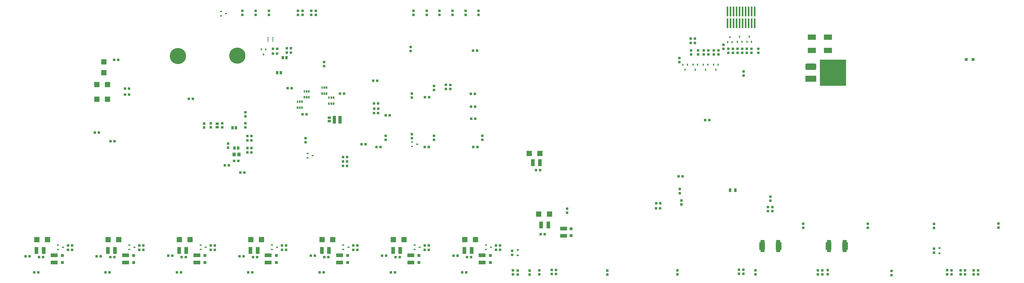
<source format=gbr>
G04 FAB 3000 Version 8.1.40 - Gerber/CAM Software*
G04 RS274-X Output*
%FSLAX35Y35*%
%MIA0B0*%
%MOIN*%
%SFA1.000000B1.000000*%

%IPPOS*%
%AMRECT_ROUNDED85*
4,1,38,0.000000,0.012500,
-0.010250,0.012500,
-0.011549,0.012363,
-0.012792,0.011960,
-0.013924,0.011306,
-0.014895,0.010432,
-0.015663,0.009375,
-0.016194,0.008181,
-0.016466,0.006903,
-0.016500,0.006250,
-0.016500,-0.006250,
-0.016363,-0.007549,
-0.015960,-0.008792,
-0.015306,-0.009924,
-0.014432,-0.010895,
-0.013375,-0.011663,
-0.012181,-0.012194,
-0.010903,-0.012466,
-0.010250,-0.012500,
0.010250,-0.012500,
0.011549,-0.012363,
0.012792,-0.011960,
0.013924,-0.011306,
0.014895,-0.010432,
0.015663,-0.009375,
0.016194,-0.008181,
0.016466,-0.006903,
0.016500,-0.006250,
0.016500,0.006250,
0.016363,0.007549,
0.015960,0.008792,
0.015306,0.009924,
0.014432,0.010895,
0.013375,0.011663,
0.012181,0.012194,
0.010903,0.012466,
0.010250,0.012500,
0.000000,0.012500,
0.000000,0.012500,0.0*
%
%AMRECT_ROUNDED179*
4,1,38,0.000000,0.007874,
-0.008858,0.007874,
-0.009677,0.007788,
-0.010460,0.007534,
-0.011172,0.007122,
-0.011784,0.006571,
-0.012268,0.005906,
-0.012603,0.005154,
-0.012774,0.004349,
-0.012795,0.003937,
-0.012795,-0.003937,
-0.012709,-0.004756,
-0.012455,-0.005538,
-0.012043,-0.006251,
-0.011493,-0.006863,
-0.010827,-0.007347,
-0.010075,-0.007681,
-0.009270,-0.007852,
-0.008858,-0.007874,
0.008858,-0.007874,
0.009677,-0.007788,
0.010460,-0.007534,
0.011172,-0.007122,
0.011784,-0.006571,
0.012268,-0.005906,
0.012603,-0.005154,
0.012774,-0.004349,
0.012795,-0.003937,
0.012795,0.003937,
0.012709,0.004756,
0.012455,0.005538,
0.012043,0.006251,
0.011493,0.006863,
0.010827,0.007347,
0.010075,0.007681,
0.009270,0.007852,
0.008858,0.007874,
0.000000,0.007874,
0.000000,0.007874,0.0*
%
%AMRECT_ROUNDED201*
4,1,38,0.000000,0.040500,
-0.020250,0.040500,
-0.024460,0.040057,
-0.028486,0.038749,
-0.032153,0.036633,
-0.035299,0.033800,
-0.037787,0.030375,
-0.039509,0.026508,
-0.040389,0.022367,
-0.040500,0.020250,
-0.040500,-0.020250,
-0.040057,-0.024460,
-0.038749,-0.028486,
-0.036633,-0.032153,
-0.033800,-0.035299,
-0.030375,-0.037787,
-0.026508,-0.039509,
-0.022367,-0.040389,
-0.020250,-0.040500,
0.020250,-0.040500,
0.024460,-0.040057,
0.028486,-0.038749,
0.032153,-0.036633,
0.035299,-0.033800,
0.037787,-0.030375,
0.039509,-0.026508,
0.040389,-0.022367,
0.040500,-0.020250,
0.040500,0.020250,
0.040057,0.024460,
0.038749,0.028486,
0.036633,0.032153,
0.033800,0.035299,
0.030375,0.037787,
0.026508,0.039509,
0.022367,0.040389,
0.020250,0.040500,
0.000000,0.040500,
0.000000,0.040500,0.0*
%
%AMOCTAGON212*
4,1,9,-0.011000,0.022000,
-0.022000,0.011000,
-0.022000,-0.011000,
-0.011000,-0.022000,
0.011000,-0.022000,
0.022000,-0.011000,
0.022000,0.011000,
0.011000,0.022000,
-0.011000,0.022000,
-0.011000,0.022000,0.0*
%
%AMRECT_ROUNDED256*
4,1,38,0.000000,0.026500,
-0.013250,0.026500,
-0.016005,0.026210,
-0.018639,0.025354,
-0.021038,0.023969,
-0.023097,0.022116,
-0.024725,0.019875,
-0.025851,0.017344,
-0.026427,0.014635,
-0.026500,0.013250,
-0.026500,-0.013250,
-0.026210,-0.016005,
-0.025354,-0.018639,
-0.023969,-0.021038,
-0.022116,-0.023097,
-0.019875,-0.024725,
-0.017344,-0.025851,
-0.014635,-0.026427,
-0.013250,-0.026500,
0.013250,-0.026500,
0.016005,-0.026210,
0.018639,-0.025354,
0.021038,-0.023969,
0.023097,-0.022116,
0.024725,-0.019875,
0.025851,-0.017344,
0.026427,-0.014635,
0.026500,-0.013250,
0.026500,0.013250,
0.026210,0.016005,
0.025354,0.018639,
0.023969,0.021038,
0.022116,0.023097,
0.019875,0.024725,
0.017344,0.025852,
0.014635,0.026427,
0.013250,0.026500,
0.000000,0.026500,
0.000000,0.026500,0.0*
%
%AMRECT_ROUNDED257*
4,1,38,0.000000,0.028500,
-0.014250,0.028500,
-0.017213,0.028189,
-0.020046,0.027268,
-0.022626,0.025778,
-0.024840,0.023785,
-0.026591,0.021375,
-0.027803,0.018653,
-0.028422,0.015740,
-0.028500,0.014250,
-0.028500,-0.014250,
-0.028189,-0.017213,
-0.027268,-0.020046,
-0.025778,-0.022626,
-0.023785,-0.024840,
-0.021375,-0.026591,
-0.018653,-0.027803,
-0.015740,-0.028422,
-0.014250,-0.028500,
0.014250,-0.028500,
0.017213,-0.028189,
0.020046,-0.027268,
0.022626,-0.025778,
0.024840,-0.023785,
0.026591,-0.021375,
0.027803,-0.018654,
0.028422,-0.015740,
0.028500,-0.014250,
0.028500,0.014250,
0.028189,0.017213,
0.027268,0.020046,
0.025778,0.022626,
0.023785,0.024840,
0.021375,0.026591,
0.018653,0.027803,
0.015740,0.028422,
0.014250,0.028500,
0.000000,0.028500,
0.000000,0.028500,0.0*
%
%AMoval83x68.189_55*
4,1,41,0.023600,0.025600,
0.032100,0.013400,
0.035005,0.008346,
0.037004,0.002870,
0.038037,-0.002867,
0.038074,-0.008696,
0.037115,-0.014446,
0.035187,-0.019947,
0.032348,-0.025038,
0.028680,-0.029569,
0.024291,-0.033406,
0.019311,-0.036437,
0.013887,-0.038572,
0.008178,-0.039748,
0.002351,-0.039931,
-0.003420,-0.039116,
-0.008969,-0.037326,
-0.014129,-0.034615,
-0.018750,-0.031061,
-0.022695,-0.026770,
-0.023600,-0.025600,
-0.032100,-0.013400,
-0.035005,-0.008346,
-0.037004,-0.002870,
-0.038037,0.002867,
-0.038074,0.008696,
-0.037115,0.014446,
-0.035187,0.019948,
-0.032348,0.025038,
-0.028680,0.029569,
-0.024291,0.033406,
-0.019311,0.036437,
-0.013887,0.038572,
-0.008178,0.039748,
-0.002351,0.039931,
0.003420,0.039116,
0.008969,0.037326,
0.014129,0.034615,
0.018750,0.031061,
0.022695,0.026770,
0.023600,0.025600,
0.023600,0.025600,0.0*
%
%AMoval85x68.189_25*
4,1,41,0.006700,0.034400,
0.022000,0.027300,
0.027051,0.024386,
0.031530,0.020653,
0.035305,0.016209,
0.038265,0.011185,
0.040323,0.005730,
0.041419,0.000002,
0.041520,-0.005827,
0.040624,-0.011589,
0.038756,-0.017113,
0.035972,-0.022236,
0.032353,-0.026808,
0.028006,-0.030695,
0.023059,-0.033782,
0.017658,-0.035978,
0.011961,-0.037219,
0.006135,-0.037468,
0.000352,-0.036719,
-0.005217,-0.034992,
-0.006700,-0.034400,
-0.022000,-0.027300,
-0.027051,-0.024386,
-0.031530,-0.020653,
-0.035305,-0.016209,
-0.038265,-0.011185,
-0.040323,-0.005730,
-0.041419,-0.000002,
-0.041520,0.005827,
-0.040624,0.011589,
-0.038756,0.017113,
-0.035972,0.022236,
-0.032353,0.026808,
-0.028006,0.030695,
-0.023059,0.033782,
-0.017658,0.035978,
-0.011961,0.037219,
-0.006135,0.037468,
-0.000352,0.036719,
0.005217,0.034992,
0.006700,0.034400,
0.006700,0.034400,0.0*
%
%AMoval85x68.189_335*
4,1,41,-0.022000,0.027300,
-0.006700,0.034400,
-0.001214,0.036388,
0.004531,0.037410,
0.010366,0.037436,
0.016120,0.036465,
0.021623,0.034526,
0.026715,0.031676,
0.031245,0.027999,
0.035081,0.023602,
0.038110,0.018614,
0.040243,0.013183,
0.041417,0.007467,
0.041597,0.001635,
0.040780,-0.004143,
0.038987,-0.009696,
0.036273,-0.014861,
0.032717,-0.019487,
0.028423,-0.023439,
0.023518,-0.026598,
0.022000,-0.027300,
0.006700,-0.034400,
0.001214,-0.036388,
-0.004531,-0.037410,
-0.010366,-0.037436,
-0.016120,-0.036465,
-0.021623,-0.034526,
-0.026715,-0.031676,
-0.031245,-0.027999,
-0.035081,-0.023602,
-0.038110,-0.018614,
-0.040243,-0.013183,
-0.041417,-0.007467,
-0.041597,-0.001635,
-0.040780,0.004143,
-0.038987,0.009696,
-0.036273,0.014861,
-0.032717,0.019487,
-0.028423,0.023439,
-0.023518,0.026598,
-0.022000,0.027300,
-0.022000,0.027300,0.0*
%
%AMoval83x68.189_305*
4,1,41,-0.032100,0.013400,
-0.023600,0.025600,
-0.019843,0.030061,
-0.015379,0.033814,
-0.010340,0.036750,
-0.004873,0.038782,
0.000860,0.039850,
0.006692,0.039923,
0.012450,0.038999,
0.017967,0.037104,
0.023078,0.034295,
0.027634,0.030654,
0.031501,0.026289,
0.034566,0.021326,
0.036738,0.015914,
0.037953,0.010210,
0.038176,0.004382,
0.037400,-0.001398,
0.035648,-0.006961,
0.032972,-0.012143,
0.032100,-0.013400,
0.023600,-0.025600,
0.019843,-0.030061,
0.015379,-0.033815,
0.010340,-0.036750,
0.004873,-0.038782,
-0.000860,-0.039850,
-0.006692,-0.039923,
-0.012450,-0.038999,
-0.017967,-0.037104,
-0.023078,-0.034295,
-0.027634,-0.030654,
-0.031501,-0.026289,
-0.034566,-0.021326,
-0.036738,-0.015914,
-0.037953,-0.010209,
-0.038176,-0.004381,
-0.037400,0.001398,
-0.035648,0.006961,
-0.032972,0.012143,
-0.032100,0.013400,
-0.032100,0.013400,0.0*
%
%AMRECT_ROUNDED368*
4,1,38,0.000000,0.021654,
-0.005906,0.021654,
-0.007133,0.021524,
-0.008308,0.021143,
-0.009377,0.020526,
-0.010294,0.019700,
-0.011020,0.018701,
-0.011522,0.017573,
-0.011779,0.016365,
-0.011811,0.015748,
-0.011811,-0.015748,
-0.011682,-0.016976,
-0.011300,-0.018150,
-0.010683,-0.019219,
-0.009857,-0.020137,
-0.008858,-0.020862,
-0.007730,-0.021365,
-0.006523,-0.021621,
-0.005906,-0.021654,
0.005906,-0.021654,
0.007133,-0.021524,
0.008307,-0.021143,
0.009377,-0.020526,
0.010294,-0.019700,
0.011020,-0.018701,
0.011522,-0.017573,
0.011779,-0.016365,
0.011811,-0.015748,
0.011811,0.015748,
0.011682,0.016976,
0.011300,0.018150,
0.010683,0.019219,
0.009857,0.020137,
0.008858,0.020862,
0.007730,0.021365,
0.006523,0.021621,
0.005906,0.021654,
0.000000,0.021654,
0.000000,0.021654,0.0*
%
%AMRECT_ROUNDED374*
4,1,42,0.000000,0.052165,
-0.065453,0.052165,
-0.070535,0.051665,
-0.075423,0.050185,
-0.079929,0.047780,
-0.083879,0.044543,
-0.087123,0.040598,
-0.089536,0.036097,
-0.091026,0.031212,
-0.091535,0.026131,
-0.091535,0.026083,
-0.091535,-0.026083,
-0.091035,-0.031165,
-0.089555,-0.036053,
-0.087150,-0.040558,
-0.083913,-0.044509,
-0.079968,-0.047753,
-0.075467,-0.050166,
-0.070582,-0.051656,
-0.065501,-0.052165,
-0.065453,-0.052165,
0.065453,-0.052165,
0.070535,-0.051665,
0.075423,-0.050185,
0.079929,-0.047780,
0.083879,-0.044543,
0.087123,-0.040598,
0.089536,-0.036097,
0.091026,-0.031212,
0.091535,-0.026131,
0.091535,-0.026083,
0.091535,0.026083,
0.091035,0.031165,
0.089555,0.036053,
0.087150,0.040558,
0.083913,0.044509,
0.079968,0.047753,
0.075467,0.050166,
0.070582,0.051656,
0.065501,0.052165,
0.065453,0.052165,
0.000000,0.052165,
0.000000,0.052165,0.0*
%
%ADD10C,0.005000*%
%ADD11C,0.010000*%
%ADD12C,0.009843*%
%ADD14C,0.007874*%
%ADD15C,0.006000*%
%ADD16C,0.020000*%
%ADD18C,0.008000*%
%ADD21R,0.010875X0.005512*%
%ADD22R,0.005512X0.010876*%
%ADD23C,0.006938*%
%ADD26R,0.007350X0.014500*%
%ADD27R,0.014500X0.007350*%
%ADD30C,0.009250*%
%ADD47R,0.056850X0.078650*%
%ADD48R,0.026564X0.013465*%
%ADD54R,0.024157X0.007914*%
%ADD58R,0.003910X0.018470*%
%ADD59C,0.005990*%
%ADD60C,0.012314*%
%ADD61C,0.012355*%
%ADD62R,0.003910X0.029037*%
%ADD63C,0.032906*%
%ADD64C,0.027414*%
%ADD75R,0.011625X0.057675*%
%ADD84R,0.033000X0.025000*%
%ADD85RECT_ROUNDED85*%
%ADD86R,0.137795X0.086614*%
%ADD110R,0.023622X0.043307*%
%ADD112R,0.033465X0.023622*%
%ADD129R,0.055118X0.061024*%
%ADD130R,0.055118X0.059055*%
%ADD136R,0.039370X0.043307*%
%ADD145R,0.055118X0.043307*%
%ADD150R,0.043307X0.039370*%
%ADD154R,0.090551X0.090551*%
%ADD158R,0.059055X0.114173*%
%ADD162R,0.047244X0.051181*%
%ADD163R,0.051181X0.047244*%
%ADD164R,0.114173X0.059055*%
%ADD169R,0.039370X0.062992*%
%ADD178R,0.043307X0.055118*%
%ADD179RECT_ROUNDED179*%
%ADD180R,0.025591X0.015748*%
%ADD184R,0.023622X0.033465*%
%ADD190C,0.150000*%
%ADD193C,0.062000*%
%ADD194R,0.062000X0.062000*%
%ADD195C,0.039370*%
%ADD198C,0.064000*%
%ADD200C,0.059055*%
%ADD201RECT_ROUNDED201*%
%ADD204C,0.065000*%
%ADD205R,0.065000X0.065000*%
%ADD206C,0.314961*%
%ADD211C,0.044000*%
%ADD212OCTAGON212*%
%ADD213C,0.058000*%
%ADD214R,0.058000X0.058000*%
%ADD215C,0.160000*%
%ADD216C,0.055000*%
%ADD217C,0.045000*%
%ADD219C,0.090000*%
%ADD220R,0.057000X0.057000*%
%ADD221C,0.057000*%
%ADD222C,0.096000*%
%ADD223R,0.080000X0.080000*%
%ADD224C,0.080000*%
%ADD226C,0.128500*%
%ADD227C,0.146000*%
%ADD228C,0.208661*%
%ADD229C,0.069000*%
%ADD230R,0.069000X0.069000*%
%ADD231C,0.050000*%
%ADD232C,0.032000*%
%ADD234C,0.040000*%
%ADD235C,0.060000*%
%ADD236C,0.030000*%
%ADD237C,0.015000*%
%ADD238C,0.075000*%
%ADD239C,0.018000*%
%ADD240C,0.025000*%
%ADD241C,0.014000*%
%ADD242C,0.023000*%
%ADD244C,0.100000*%
%ADD246C,0.022000*%
%ADD247C,0.017000*%
%ADD255R,0.060000X0.060000*%
%ADD256RECT_ROUNDED256*%
%ADD257RECT_ROUNDED257*%
%ADD258C,0.053000*%
%ADD259oval83x68.189_55*%
%ADD260oval85x68.189_25*%
%ADD261oval85x68.189_335*%
%ADD262oval83x68.189_305*%
%ADD263C,0.195000*%
%ADD264C,0.128000*%
%ADD265C,0.027000*%
%ADD277R,0.022186X0.024154*%
%ADD278R,0.032025X0.059587*%
%ADD280R,0.047775X0.047776*%
%ADD281R,0.071394X0.045806*%
%ADD282C,0.166802*%
%ADD283C,0.167808*%
%ADD285C,0.100863*%
%ADD286R,0.024153X0.022185*%
%ADD287C,0.047921*%
%ADD293C,0.149219*%
%ADD296C,0.082707*%
%ADD298C,0.060676*%
%ADD299R,0.038501X0.038498*%
%ADD301R,0.082000X0.082000*%
%ADD305R,0.024154X0.030057*%
%ADD306R,0.030060X0.024154*%
%ADD309R,0.028092X0.026120*%
%ADD311R,0.019000X0.015001*%
%ADD312R,0.019233X0.014309*%
%ADD314C,0.059507*%
%ADD316C,0.060517*%
%ADD317C,0.070605*%
%ADD318R,0.022187X0.033995*%
%ADD320C,0.084724*%
%ADD321R,0.026120X0.028091*%
%ADD324C,0.079737*%
%ADD325C,0.080691*%
%ADD326R,0.030058X0.032028*%
%ADD327C,0.229369*%
%ADD328C,0.116561*%
%ADD329C,0.077664*%
%ADD330R,0.089000X0.089000*%
%ADD331R,0.077000X0.077000*%
%ADD356C,0.089768*%
%ADD361C,0.078673*%
%ADD362R,0.100000X0.100000*%
%ADD363R,0.078000X0.078000*%
%ADD367R,0.029000X0.161000*%
%ADD368RECT_ROUNDED368*%
%ADD369R,0.070000X0.200000*%
%ADD370R,0.094488X0.129921*%
%ADD371R,0.053150X0.129921*%
%ADD372C,0.267717*%
%ADD373R,0.433071X0.433071*%
%ADD374RECT_ROUNDED374*%
%ADD375R,0.183071X0.104331*%
%ADD376C,0.125000*%
%ADD377R,0.219036X0.219033*%
%ADD378R,0.134173X0.079055*%
%ADD379R,0.014314X0.019230*%
%ADD380C,0.288606*%
%ADD385R,0.579625X0.156017*%
%ADD386R,0.038944X0.021454*%
%ADD387R,0.494885X0.112822*%
%ADD388R,0.009343X0.070440*%
%ADD389R,0.026564X0.008702*%
%ADD390R,0.023175X0.062105*%
%ADD391R,0.405774X0.130015*%
%ADD392R,0.011894X0.089666*%
%ADD393R,0.033815X0.011077*%
%ADD394R,0.466047X0.123006*%
%ADD395R,0.418150X0.114700*%
%ADD396R,0.011024X0.057675*%
%ADD397R,0.417901X0.131531*%
%ADD398C,0.036380*%
%ADD399C,0.001959*%
%ADD400R,0.000370X0.000710*%
%ADD401C,0.001359*%
%ADD402R,0.730506X0.156017*%
%ADD403R,0.072876X0.024836*%
%ADD404R,0.029499X0.079055*%
%ADD405R,0.384320X0.130015*%
%ADD406R,0.289400X0.118700*%
%ADD407C,0.018500*%
%ADD408R,0.231250X0.098950*%
%ADD409R,0.240325X0.098950*%
%ADD410R,0.508535X0.111815*%
%ADD411R,0.030594X0.016854*%
%ADD412R,0.377673X0.130015*%
%LNbottom_paste_0*%
%LPD*%
G54D154*
X930408Y201792D03*
X896752Y302362D03*
G54D150*
X897400Y101476D03*
Y108169D03*
G54D158*
X914671Y287261D03*
X902860D03*
G54D154*
X914469Y302362D03*
X912692Y201792D03*
G54D136*
X908209Y274761D03*
X922446Y168400D03*
G54D158*
X928406Y183900D03*
G54D150*
X913425Y101969D03*
Y108661D03*
G54D136*
X914902Y274761D03*
X915753Y168400D03*
G54D158*
X916595Y183900D03*
G54D136*
X841830Y149705D03*
Y142422D03*
X848523Y149705D03*
Y142422D03*
G54D84*
X877756Y142421D03*
G54D85*
Y133621D03*
G54D150*
X869941Y108464D03*
Y101772D03*
X868406Y140847D03*
Y134154D03*
X877854Y101575D03*
Y108268D03*
G54D136*
X803953Y473200D03*
X800874Y360000D03*
X804353Y313100D03*
G54D158*
X801476Y141339D03*
G54D136*
X800492Y130413D03*
G54D150*
X739100Y331746D03*
Y325053D03*
Y414446D03*
Y407753D03*
G54D136*
X425146Y270708D03*
X418453D03*
G54D154*
X689665Y159350D03*
G54D112*
X715586Y146752D03*
G54D162*
X714272Y133057D03*
G54D136*
X730413Y149705D03*
Y142422D03*
X723720Y149705D03*
Y142422D03*
G54D164*
X700886Y121647D03*
Y133458D03*
G54D112*
X707122Y143012D03*
Y150492D03*
G54D162*
X714272Y121639D03*
G54D136*
X619154Y317800D03*
X495400Y469700D03*
Y477200D03*
G54D178*
X494853Y461600D03*
G54D136*
X653347Y132972D03*
X674678Y105216D03*
X675689Y130413D03*
X682382D03*
G54D158*
X683366Y141339D03*
G54D136*
X660040Y132972D03*
X667985Y105216D03*
G54D158*
X671555Y141339D03*
G54D154*
X671949Y159350D03*
G54D150*
X659100Y331746D03*
G54D136*
X665934Y365978D03*
X639961Y369586D03*
Y385433D03*
X640060Y376968D03*
X645276Y423327D03*
X638583D03*
G54D150*
X659100Y325053D03*
G54D136*
X650646Y313000D03*
X643953D03*
X625847Y317800D03*
X659241Y365978D03*
X646752Y376968D03*
X646654Y385433D03*
Y369586D03*
G54D368*
X520540Y388421D03*
X516800D03*
G54D110*
X513060D03*
G54D154*
X571555Y159350D03*
G54D112*
X589012Y143012D03*
G54D164*
X582776Y133458D03*
Y121647D03*
G54D136*
X605610Y142422D03*
Y149705D03*
X612303Y142422D03*
Y149705D03*
G54D112*
X589012Y150492D03*
G54D162*
X596161Y121639D03*
Y133057D03*
G54D112*
X597476Y146752D03*
G54D368*
X557600Y411821D03*
Y401979D03*
G54D150*
X557185Y454133D03*
Y447440D03*
G54D368*
X561340Y411821D03*
Y401979D03*
G54D136*
X590238Y401695D03*
X583545D03*
G54D368*
X572840Y395141D03*
G54D110*
X565360D03*
G54D368*
X569100D03*
G54D136*
X535236Y132972D03*
X556568Y105216D03*
X557579Y130413D03*
X564272D03*
G54D158*
X565256Y141339D03*
G54D136*
X541929Y132972D03*
X549875Y105216D03*
G54D158*
X553445Y141339D03*
G54D154*
X553839Y159350D03*
G54D368*
X531940Y395779D03*
G54D110*
X524460Y405621D03*
G54D368*
X528200D03*
X531940D03*
X553860Y401979D03*
G54D110*
Y411821D03*
G54D368*
X528200Y395779D03*
X524460D03*
G54D136*
X503603Y410883D03*
X496911D03*
X502093Y469700D03*
Y477200D03*
G54D150*
X513800Y532454D03*
X543397Y539105D03*
X535897D03*
X521497D03*
X513800Y539147D03*
X543397Y532412D03*
X535897D03*
X521497D03*
X769882D03*
G54D136*
X771457Y132972D03*
G54D150*
X758800Y409653D03*
Y416346D03*
X766100Y409453D03*
Y416146D03*
X748327Y539105D03*
X769882D03*
X748327Y532412D03*
X791437D03*
G54D136*
X793799Y130413D03*
X792591Y105020D03*
X778150Y132972D03*
X785899Y105020D03*
G54D158*
X789665Y141339D03*
G54D154*
X790059Y159350D03*
G54D136*
X800153Y401600D03*
X800453Y380300D03*
G54D150*
X791437Y539105D03*
X526500Y327846D03*
Y321153D03*
G54D136*
X528076Y367340D03*
G54D368*
X513060Y378579D03*
X516800D03*
X520540D03*
G54D136*
X521383Y367340D03*
G54D112*
X529837Y295160D03*
Y302641D03*
X538301Y298900D03*
G54D136*
X595305Y281800D03*
X588612D03*
X595305Y296400D03*
Y289000D03*
X588612Y296400D03*
Y289000D03*
G54D371*
X574374Y358400D03*
X583626D03*
G54D368*
X572840Y385299D03*
X565360D03*
G54D145*
X565800Y356047D03*
Y361953D03*
G54D368*
X569100Y385299D03*
G54D130*
X416116Y300708D03*
G54D136*
X436746Y331600D03*
X430053D03*
G54D150*
X426843Y345818D03*
X426800Y370747D03*
Y364054D03*
G54D136*
X436746Y324200D03*
Y311500D03*
X430053D03*
Y324200D03*
X436746Y304000D03*
X430053D03*
G54D150*
X426843Y352511D03*
G54D136*
X216274Y457852D03*
G54D154*
X192400Y436642D03*
Y454358D03*
G54D136*
X209582Y457852D03*
G54D372*
X315109Y464177D03*
X413709Y464677D03*
G54D112*
X386568Y530760D03*
G54D150*
X421949Y532412D03*
G54D112*
X395032Y534500D03*
X386568Y538240D03*
G54D150*
X421949Y539105D03*
G54D136*
X479391Y476098D03*
X479292Y468125D03*
X472698Y476098D03*
G54D178*
X479678Y436595D03*
X485583D03*
X488947Y461600D03*
G54D184*
X460591Y475261D03*
X456851Y466796D03*
X453111Y475261D03*
G54D136*
X472599Y468125D03*
G54D180*
X472141Y491800D03*
G54D179*
X464660Y489241D03*
G54D180*
Y491800D03*
Y494360D03*
X472141Y489241D03*
G54D150*
X465748Y532412D03*
X443898Y539105D03*
X465748D03*
X443898Y532412D03*
G54D180*
X472141Y494360D03*
G54D150*
X702600Y327854D03*
G54D112*
X702768Y314160D03*
Y321640D03*
G54D150*
X702600Y401747D03*
G54D112*
X711232Y317900D03*
G54D150*
X702600Y395054D03*
Y334547D03*
X705217Y539105D03*
Y532412D03*
X700400Y479146D03*
Y472453D03*
G54D136*
X730646Y313100D03*
X723953D03*
X724353Y395700D03*
X731046D03*
G54D150*
X727067Y539105D03*
Y532412D03*
G54D164*
X464665Y121647D03*
Y133458D03*
G54D162*
X478051Y133057D03*
G54D112*
X479366Y146752D03*
G54D136*
X487500Y142422D03*
Y149705D03*
X494193Y142422D03*
Y149705D03*
G54D112*
X470901Y143012D03*
Y150492D03*
G54D162*
X478051Y121639D03*
G54D136*
X227584Y400313D03*
X234277D03*
X210138Y322933D03*
X184154Y337106D03*
G54D154*
X180942Y392464D03*
G54D136*
X177461Y337106D03*
G54D154*
X198658Y392464D03*
G54D136*
X203445Y322933D03*
G54D154*
X198698Y416973D03*
X180981D03*
G54D136*
X227584Y410248D03*
X234277D03*
G54D154*
X435728Y159350D03*
G54D136*
X438261Y105020D03*
X439468Y130413D03*
X446161D03*
G54D158*
X447146Y141339D03*
G54D154*
X453445Y159350D03*
G54D158*
X435335Y141339D03*
G54D136*
X417126Y131988D03*
X423819D03*
X431568Y105020D03*
G54D112*
X833697Y146752D03*
G54D162*
X832382Y133057D03*
Y121639D03*
G54D112*
X825232Y150492D03*
Y143012D03*
G54D164*
X818996Y133458D03*
Y121647D03*
G54D154*
X807776Y159350D03*
G54D136*
X811046Y313100D03*
G54D150*
X819100Y325053D03*
Y331746D03*
G54D136*
X806846Y401600D03*
X807146Y380300D03*
X807567Y360000D03*
G54D150*
X812984Y539105D03*
Y532412D03*
G54D136*
X810646Y473200D03*
X399546Y282700D03*
X392853D03*
G54D150*
X398300Y312062D03*
Y318755D03*
G54D178*
X408947Y311408D03*
X414853D03*
G54D136*
X408354Y290008D03*
G54D129*
X408084Y300708D03*
G54D136*
X415047Y290008D03*
G54D150*
X369578Y352411D03*
Y345718D03*
X388639Y352511D03*
Y345818D03*
G54D145*
X380175Y351920D03*
Y346015D03*
G54D178*
X411353Y345200D03*
X405448D03*
G54D136*
X333258Y393157D03*
X339951D03*
G54D150*
X358569Y345552D03*
Y352245D03*
G54D154*
X335335Y159350D03*
G54D164*
X346555Y133458D03*
Y121647D03*
G54D136*
X369389Y142422D03*
Y149705D03*
X376082Y142422D03*
Y149705D03*
G54D112*
X352791Y143012D03*
Y150492D03*
G54D162*
X359941Y121639D03*
Y133057D03*
G54D112*
X361256Y146752D03*
G54D136*
X299114Y132776D03*
X320150Y105020D03*
X321358Y130413D03*
X328051D03*
G54D158*
X329035Y141339D03*
G54D136*
X305807Y132776D03*
X313458Y105020D03*
G54D158*
X317224Y141339D03*
G54D154*
X317618Y159350D03*
X217224D03*
G54D112*
X234681Y143012D03*
G54D164*
X228445Y133458D03*
Y121647D03*
G54D136*
X251279Y142422D03*
Y149705D03*
X257972Y142422D03*
Y149705D03*
G54D112*
X234681Y150492D03*
G54D162*
X241831Y121639D03*
Y133057D03*
G54D112*
X243146Y146752D03*
G54D369*
X1309260Y148917D03*
X1283260D03*
G54D370*
X1282579D03*
X1309941D03*
X1392520D03*
G54D369*
X1393201D03*
X1419201D03*
G54D370*
X1419882D03*
G54D84*
X1576083Y145513D03*
G54D85*
Y136713D03*
G54D150*
X1567323Y144587D03*
Y137894D03*
G54D136*
X1106920Y211599D03*
X1107179Y219993D03*
X1113613Y211599D03*
X1113872Y219993D03*
G54D164*
X953866Y165930D03*
Y177741D03*
G54D150*
X959449Y204246D03*
Y210939D03*
G54D162*
X966071Y166173D03*
Y177590D03*
G54D373*
X1399902Y436417D03*
G54D163*
X1631801Y458499D03*
X1620384D03*
G54D150*
X1457452Y179134D03*
Y185827D03*
X1567164Y178740D03*
Y185433D03*
X1673857Y179429D03*
Y186122D03*
X1026287Y108169D03*
X941138Y109252D03*
X934158D03*
X1271413Y108366D03*
X1251642Y109472D03*
X1244260D03*
X1142323Y108366D03*
X1496858Y107346D03*
X1374902Y108661D03*
X1382087Y108563D03*
X1391158Y108858D03*
X1640256Y108366D03*
X1618602D03*
X1611319D03*
X1596252Y108571D03*
X1588969Y108669D03*
X1632874Y108366D03*
X934158Y102559D03*
X941138D03*
X1026287Y101476D03*
X1271413Y101673D03*
X1251642Y102779D03*
X1244260D03*
X1142323Y101673D03*
X1640256D03*
X1588969Y101976D03*
X1596252Y101878D03*
X1611319Y101673D03*
X1618602D03*
X1632874D03*
X1391158Y102165D03*
X1382087Y101870D03*
X1374902Y101968D03*
X1496858Y100653D03*
X1249508Y469488D03*
Y476181D03*
X1292125Y206791D03*
Y213484D03*
X1296063Y224213D03*
Y230906D03*
X1299409Y206791D03*
Y213484D03*
X1350389Y179134D03*
Y185827D03*
G54D136*
X1188354Y357900D03*
X1195047D03*
X1144328Y264379D03*
G54D150*
X1146200Y236654D03*
Y243347D03*
X1148802Y217905D03*
Y224597D03*
G54D169*
X1238067Y241339D03*
X1229406D03*
G54D136*
X1151020Y264379D03*
G54D367*
X1250303Y518629D03*
X1255303D03*
X1260303D03*
X1265303D03*
X1270303Y538129D03*
X1265303D03*
X1250303D03*
X1255303D03*
X1260303D03*
X1270303Y518629D03*
X1235303D03*
X1230303D03*
X1225303D03*
X1245303D03*
X1240303Y538129D03*
X1235303D03*
X1230303D03*
X1225303D03*
X1245303D03*
X1240303Y518629D03*
G54D150*
X1218406Y482874D03*
Y476181D03*
X1241831Y469488D03*
X1234154D03*
X1226476D03*
X1241831Y476181D03*
G54D184*
X1232874Y487106D03*
X1225394D03*
X1229134Y495571D03*
X1241634Y487697D03*
X1245374Y496161D03*
G54D150*
X1226476Y476181D03*
X1234154D03*
X1164898Y466831D03*
G54D136*
X1171046Y493300D03*
Y485800D03*
G54D150*
X1164898Y473524D03*
G54D136*
X1164354Y493300D03*
Y485800D03*
G54D150*
X1145472Y460728D03*
Y454035D03*
G54D184*
X1151280Y449902D03*
X1155020Y441437D03*
X1158760Y449902D03*
X1168209D03*
X1171949Y441437D03*
X1175689Y449902D03*
G54D150*
X1176392Y466831D03*
Y473524D03*
X1210335Y466831D03*
X1202671D03*
X1193589D03*
X1185926D03*
Y473524D03*
G54D184*
X1188878Y441437D03*
X1192618Y449902D03*
X1202067D03*
X1205807Y441437D03*
X1209547Y449902D03*
G54D150*
X1202671Y473524D03*
X1210335D03*
G54D184*
X1185138Y449902D03*
G54D150*
X1193589Y473524D03*
X1276279Y469488D03*
X1257185Y476181D03*
G54D184*
X1264961Y487697D03*
X1249114D03*
X1257480D03*
X1261221Y496161D03*
G54D150*
X1264862Y476181D03*
X1276279D03*
X1251969Y431791D03*
Y438484D03*
X1257185Y469488D03*
X1264862D03*
G54D86*
X1391535Y495472D03*
X1364961D03*
Y473425D03*
X1391535D03*
G54D375*
X1363091Y426417D03*
G54D374*
Y446417D03*
G54D136*
X195347Y105020D03*
X180414Y131693D03*
X187107D03*
X209941Y130413D03*
G54D158*
X210925Y141339D03*
X199114D03*
G54D154*
X199508Y159350D03*
G54D136*
X202040Y105020D03*
X203248Y130413D03*
X62894Y131693D03*
X69587D03*
X77237Y105019D03*
G54D158*
X81004Y141339D03*
G54D154*
X99114Y159350D03*
G54D158*
X92815Y141339D03*
G54D136*
X91831Y130413D03*
X85138D03*
X83930Y105019D03*
G54D154*
X81398Y159350D03*
G54D164*
X110335Y133458D03*
Y121647D03*
G54D112*
X116571Y150492D03*
G54D162*
X123720Y121639D03*
Y133057D03*
G54D136*
X133169Y149705D03*
X139862Y142422D03*
Y149705D03*
G54D112*
X116571Y143012D03*
X125035Y146752D03*
G54D136*
X133169Y142422D03*
M02*
</source>
